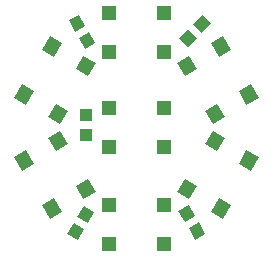
<source format=gbr>
G04 EAGLE Gerber RS-274X export*
G75*
%MOMM*%
%FSLAX34Y34*%
%LPD*%
%INSolderpaste Top*%
%IPPOS*%
%AMOC8*
5,1,8,0,0,1.08239X$1,22.5*%
G01*
%ADD10R,1.300000X1.200000*%
%ADD11R,1.100000X1.000000*%
%ADD12R,1.000000X1.100000*%


D10*
X23500Y-16500D03*
X23500Y16500D03*
X-23500Y-16500D03*
X-23500Y16500D03*
X23500Y63500D03*
X23500Y96500D03*
X-23500Y63500D03*
X-23500Y96500D03*
G36*
X68407Y20027D02*
X74907Y8769D01*
X64515Y2769D01*
X58015Y14027D01*
X68407Y20027D01*
G37*
G36*
X96985Y36527D02*
X103485Y25269D01*
X93093Y19269D01*
X86593Y30527D01*
X96985Y36527D01*
G37*
G36*
X44907Y60731D02*
X51407Y49473D01*
X41015Y43473D01*
X34515Y54731D01*
X44907Y60731D01*
G37*
G36*
X73485Y77231D02*
X79985Y65973D01*
X69593Y59973D01*
X63093Y71231D01*
X73485Y77231D01*
G37*
G36*
X51407Y-49473D02*
X44907Y-60731D01*
X34515Y-54731D01*
X41015Y-43473D01*
X51407Y-49473D01*
G37*
G36*
X79985Y-65973D02*
X73485Y-77231D01*
X63093Y-71231D01*
X69593Y-59973D01*
X79985Y-65973D01*
G37*
G36*
X74907Y-8769D02*
X68407Y-20027D01*
X58015Y-14027D01*
X64515Y-2769D01*
X74907Y-8769D01*
G37*
G36*
X103485Y-25269D02*
X96985Y-36527D01*
X86593Y-30527D01*
X93093Y-19269D01*
X103485Y-25269D01*
G37*
X-23500Y-65500D03*
X-23500Y-98500D03*
X23500Y-65500D03*
X23500Y-98500D03*
G36*
X-68407Y-20027D02*
X-74907Y-8769D01*
X-64515Y-2769D01*
X-58015Y-14027D01*
X-68407Y-20027D01*
G37*
G36*
X-96985Y-36527D02*
X-103485Y-25269D01*
X-93093Y-19269D01*
X-86593Y-30527D01*
X-96985Y-36527D01*
G37*
G36*
X-44907Y-60731D02*
X-51407Y-49473D01*
X-41015Y-43473D01*
X-34515Y-54731D01*
X-44907Y-60731D01*
G37*
G36*
X-73485Y-77231D02*
X-79985Y-65973D01*
X-69593Y-59973D01*
X-63093Y-71231D01*
X-73485Y-77231D01*
G37*
G36*
X-51407Y49473D02*
X-44907Y60731D01*
X-34515Y54731D01*
X-41015Y43473D01*
X-51407Y49473D01*
G37*
G36*
X-79985Y65973D02*
X-73485Y77231D01*
X-63093Y71231D01*
X-69593Y59973D01*
X-79985Y65973D01*
G37*
G36*
X-74907Y8769D02*
X-68407Y20027D01*
X-58015Y14027D01*
X-64515Y2769D01*
X-74907Y8769D01*
G37*
G36*
X-103485Y25269D02*
X-96985Y36527D01*
X-86593Y30527D01*
X-93093Y19269D01*
X-103485Y25269D01*
G37*
D11*
G36*
X51157Y76086D02*
X43380Y68309D01*
X36309Y75380D01*
X44086Y83157D01*
X51157Y76086D01*
G37*
G36*
X63178Y88107D02*
X55401Y80330D01*
X48330Y87401D01*
X56107Y95178D01*
X63178Y88107D01*
G37*
G36*
X-50022Y-75841D02*
X-44522Y-66315D01*
X-35862Y-71315D01*
X-41362Y-80841D01*
X-50022Y-75841D01*
G37*
G36*
X-58522Y-90564D02*
X-53022Y-81038D01*
X-44362Y-86038D01*
X-49862Y-95564D01*
X-58522Y-90564D01*
G37*
G36*
X41110Y-80218D02*
X35610Y-70692D01*
X44270Y-65692D01*
X49770Y-75218D01*
X41110Y-80218D01*
G37*
G36*
X49610Y-94940D02*
X44110Y-85414D01*
X52770Y-80414D01*
X58270Y-89940D01*
X49610Y-94940D01*
G37*
D12*
X-42552Y-6691D03*
X-42552Y10309D03*
D11*
G36*
X-40170Y80902D02*
X-34670Y71376D01*
X-43330Y66376D01*
X-48830Y75902D01*
X-40170Y80902D01*
G37*
G36*
X-48670Y95624D02*
X-43170Y86098D01*
X-51830Y81098D01*
X-57330Y90624D01*
X-48670Y95624D01*
G37*
M02*

</source>
